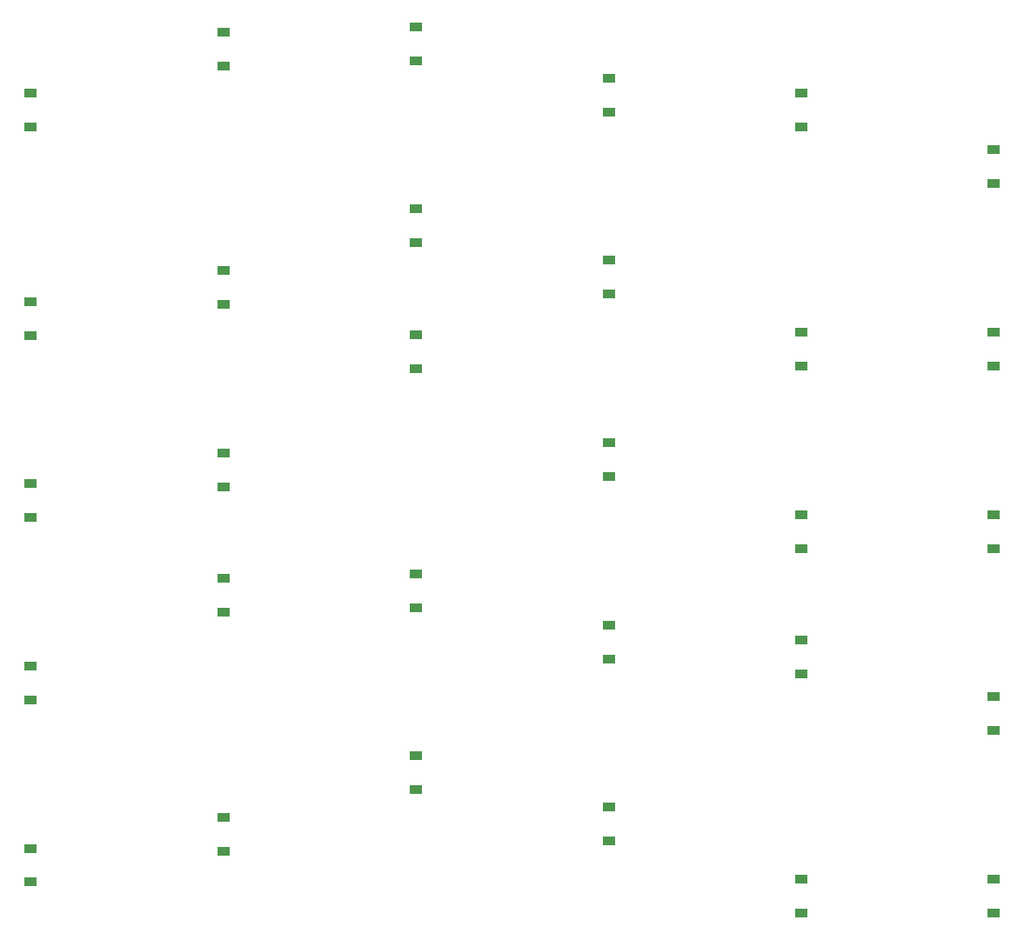
<source format=gbr>
%TF.GenerationSoftware,KiCad,Pcbnew,7.0.8*%
%TF.CreationDate,2024-07-17T12:43:32-03:00*%
%TF.ProjectId,right,72696768-742e-46b6-9963-61645f706362,v1.0.0*%
%TF.SameCoordinates,Original*%
%TF.FileFunction,Paste,Top*%
%TF.FilePolarity,Positive*%
%FSLAX46Y46*%
G04 Gerber Fmt 4.6, Leading zero omitted, Abs format (unit mm)*
G04 Created by KiCad (PCBNEW 7.0.8) date 2024-07-17 12:43:32*
%MOMM*%
%LPD*%
G01*
G04 APERTURE LIST*
%ADD10R,1.200000X0.900000*%
G04 APERTURE END LIST*
D10*
%TO.C,D9*%
X317800000Y-144850000D03*
X317800000Y-148150000D03*
%TD*%
%TO.C,D4*%
X355300000Y-98600000D03*
X355300000Y-101900000D03*
%TD*%
%TO.C,D20*%
X280300000Y-92600000D03*
X280300000Y-95900000D03*
%TD*%
%TO.C,D5*%
X355300000Y-80850000D03*
X355300000Y-84150000D03*
%TD*%
%TO.C,D13*%
X317800000Y-73850000D03*
X317800000Y-77150000D03*
%TD*%
%TO.C,D15*%
X299050000Y-122100000D03*
X299050000Y-125400000D03*
%TD*%
%TO.C,D6*%
X336550000Y-151850000D03*
X336550000Y-155150000D03*
%TD*%
%TO.C,D16*%
X299050000Y-86600000D03*
X299050000Y-89900000D03*
%TD*%
%TO.C,D14*%
X299050000Y-139850000D03*
X299050000Y-143150000D03*
%TD*%
%TO.C,D25*%
X336550000Y-128600000D03*
X336550000Y-131900000D03*
%TD*%
%TO.C,D17*%
X299050000Y-68850000D03*
X299050000Y-72150000D03*
%TD*%
%TO.C,D1*%
X355300000Y-151850000D03*
X355300000Y-155150000D03*
%TD*%
%TO.C,D18*%
X280300000Y-145850000D03*
X280300000Y-149150000D03*
%TD*%
%TO.C,D3*%
X355300000Y-116350000D03*
X355300000Y-119650000D03*
%TD*%
%TO.C,D23*%
X261550000Y-113350000D03*
X261550000Y-116650000D03*
%TD*%
%TO.C,D11*%
X317800000Y-109350000D03*
X317800000Y-112650000D03*
%TD*%
%TO.C,D21*%
X261550000Y-148850000D03*
X261550000Y-152150000D03*
%TD*%
%TO.C,D12*%
X317800000Y-91600000D03*
X317800000Y-94900000D03*
%TD*%
%TO.C,D29*%
X280300000Y-69350000D03*
X280300000Y-72650000D03*
%TD*%
%TO.C,D24*%
X261550000Y-95600000D03*
X261550000Y-98900000D03*
%TD*%
%TO.C,D19*%
X280300000Y-110350000D03*
X280300000Y-113650000D03*
%TD*%
%TO.C,D28*%
X280300000Y-122600000D03*
X280300000Y-125900000D03*
%TD*%
%TO.C,D22*%
X261550000Y-131100000D03*
X261550000Y-134400000D03*
%TD*%
%TO.C,D27*%
X299050000Y-98850000D03*
X299050000Y-102150000D03*
%TD*%
%TO.C,D8*%
X336550000Y-98600000D03*
X336550000Y-101900000D03*
%TD*%
%TO.C,D30*%
X261550000Y-75350000D03*
X261550000Y-78650000D03*
%TD*%
%TO.C,D7*%
X336550000Y-116350000D03*
X336550000Y-119650000D03*
%TD*%
%TO.C,D10*%
X317800000Y-127100000D03*
X317800000Y-130400000D03*
%TD*%
%TO.C,D26*%
X336550000Y-75350000D03*
X336550000Y-78650000D03*
%TD*%
%TO.C,D2*%
X355300000Y-134100000D03*
X355300000Y-137400000D03*
%TD*%
M02*

</source>
